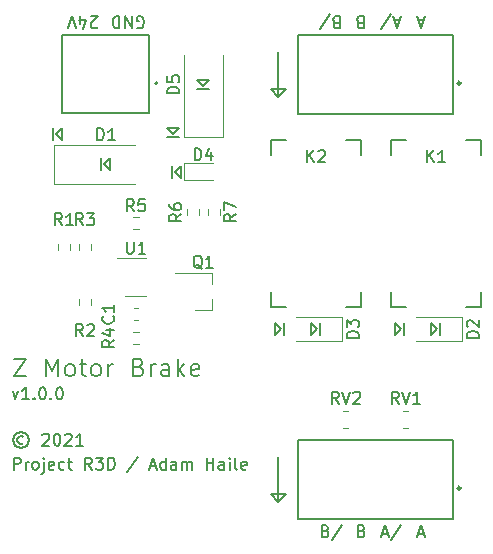
<source format=gbr>
%TF.GenerationSoftware,KiCad,Pcbnew,(5.1.10)-1*%
%TF.CreationDate,2021-09-10T16:42:04-04:00*%
%TF.ProjectId,Z_Brake,5a5f4272-616b-4652-9e6b-696361645f70,rev?*%
%TF.SameCoordinates,Original*%
%TF.FileFunction,Legend,Top*%
%TF.FilePolarity,Positive*%
%FSLAX46Y46*%
G04 Gerber Fmt 4.6, Leading zero omitted, Abs format (unit mm)*
G04 Created by KiCad (PCBNEW (5.1.10)-1) date 2021-09-10 16:42:04*
%MOMM*%
%LPD*%
G01*
G04 APERTURE LIST*
%ADD10C,0.150000*%
%ADD11C,0.200000*%
%ADD12C,0.250000*%
%ADD13C,0.120000*%
%ADD14C,0.127000*%
G04 APERTURE END LIST*
D10*
X80645000Y-119380000D02*
X80010000Y-118745000D01*
X80010000Y-118745000D02*
X81280000Y-118745000D01*
X80645000Y-115570000D02*
X80645000Y-119380000D01*
X81280000Y-118745000D02*
X80645000Y-119380000D01*
X81280000Y-84455000D02*
X80645000Y-85090000D01*
X80010000Y-84455000D02*
X81280000Y-84455000D01*
X80645000Y-85090000D02*
X80010000Y-84455000D01*
X80645000Y-81280000D02*
X80645000Y-85090000D01*
X58152357Y-110021714D02*
X58390452Y-110688380D01*
X58628547Y-110021714D01*
X59533309Y-110688380D02*
X58961880Y-110688380D01*
X59247595Y-110688380D02*
X59247595Y-109688380D01*
X59152357Y-109831238D01*
X59057119Y-109926476D01*
X58961880Y-109974095D01*
X59961880Y-110593142D02*
X60009500Y-110640761D01*
X59961880Y-110688380D01*
X59914261Y-110640761D01*
X59961880Y-110593142D01*
X59961880Y-110688380D01*
X60628547Y-109688380D02*
X60723785Y-109688380D01*
X60819023Y-109736000D01*
X60866642Y-109783619D01*
X60914261Y-109878857D01*
X60961880Y-110069333D01*
X60961880Y-110307428D01*
X60914261Y-110497904D01*
X60866642Y-110593142D01*
X60819023Y-110640761D01*
X60723785Y-110688380D01*
X60628547Y-110688380D01*
X60533309Y-110640761D01*
X60485690Y-110593142D01*
X60438071Y-110497904D01*
X60390452Y-110307428D01*
X60390452Y-110069333D01*
X60438071Y-109878857D01*
X60485690Y-109783619D01*
X60533309Y-109736000D01*
X60628547Y-109688380D01*
X61390452Y-110593142D02*
X61438071Y-110640761D01*
X61390452Y-110688380D01*
X61342833Y-110640761D01*
X61390452Y-110593142D01*
X61390452Y-110688380D01*
X62057119Y-109688380D02*
X62152357Y-109688380D01*
X62247595Y-109736000D01*
X62295214Y-109783619D01*
X62342833Y-109878857D01*
X62390452Y-110069333D01*
X62390452Y-110307428D01*
X62342833Y-110497904D01*
X62295214Y-110593142D01*
X62247595Y-110640761D01*
X62152357Y-110688380D01*
X62057119Y-110688380D01*
X61961880Y-110640761D01*
X61914261Y-110593142D01*
X61866642Y-110497904D01*
X61819023Y-110307428D01*
X61819023Y-110069333D01*
X61866642Y-109878857D01*
X61914261Y-109783619D01*
X61961880Y-109736000D01*
X62057119Y-109688380D01*
X59057119Y-113863476D02*
X58961880Y-113815857D01*
X58771404Y-113815857D01*
X58676166Y-113863476D01*
X58580928Y-113958714D01*
X58533309Y-114053952D01*
X58533309Y-114244428D01*
X58580928Y-114339666D01*
X58676166Y-114434904D01*
X58771404Y-114482523D01*
X58961880Y-114482523D01*
X59057119Y-114434904D01*
X58866642Y-113482523D02*
X58628547Y-113530142D01*
X58390452Y-113673000D01*
X58247595Y-113911095D01*
X58199976Y-114149190D01*
X58247595Y-114387285D01*
X58390452Y-114625380D01*
X58628547Y-114768238D01*
X58866642Y-114815857D01*
X59104738Y-114768238D01*
X59342833Y-114625380D01*
X59485690Y-114387285D01*
X59533309Y-114149190D01*
X59485690Y-113911095D01*
X59342833Y-113673000D01*
X59104738Y-113530142D01*
X58866642Y-113482523D01*
X60676166Y-113720619D02*
X60723785Y-113673000D01*
X60819023Y-113625380D01*
X61057119Y-113625380D01*
X61152357Y-113673000D01*
X61199976Y-113720619D01*
X61247595Y-113815857D01*
X61247595Y-113911095D01*
X61199976Y-114053952D01*
X60628547Y-114625380D01*
X61247595Y-114625380D01*
X61866642Y-113625380D02*
X61961880Y-113625380D01*
X62057119Y-113673000D01*
X62104738Y-113720619D01*
X62152357Y-113815857D01*
X62199976Y-114006333D01*
X62199976Y-114244428D01*
X62152357Y-114434904D01*
X62104738Y-114530142D01*
X62057119Y-114577761D01*
X61961880Y-114625380D01*
X61866642Y-114625380D01*
X61771404Y-114577761D01*
X61723785Y-114530142D01*
X61676166Y-114434904D01*
X61628547Y-114244428D01*
X61628547Y-114006333D01*
X61676166Y-113815857D01*
X61723785Y-113720619D01*
X61771404Y-113673000D01*
X61866642Y-113625380D01*
X62580928Y-113720619D02*
X62628547Y-113673000D01*
X62723785Y-113625380D01*
X62961880Y-113625380D01*
X63057119Y-113673000D01*
X63104738Y-113720619D01*
X63152357Y-113815857D01*
X63152357Y-113911095D01*
X63104738Y-114053952D01*
X62533309Y-114625380D01*
X63152357Y-114625380D01*
X64104738Y-114625380D02*
X63533309Y-114625380D01*
X63819023Y-114625380D02*
X63819023Y-113625380D01*
X63723785Y-113768238D01*
X63628547Y-113863476D01*
X63533309Y-113911095D01*
X58247595Y-116657380D02*
X58247595Y-115657380D01*
X58628547Y-115657380D01*
X58723785Y-115705000D01*
X58771404Y-115752619D01*
X58819023Y-115847857D01*
X58819023Y-115990714D01*
X58771404Y-116085952D01*
X58723785Y-116133571D01*
X58628547Y-116181190D01*
X58247595Y-116181190D01*
X59247595Y-116657380D02*
X59247595Y-115990714D01*
X59247595Y-116181190D02*
X59295214Y-116085952D01*
X59342833Y-116038333D01*
X59438071Y-115990714D01*
X59533309Y-115990714D01*
X60009500Y-116657380D02*
X59914261Y-116609761D01*
X59866642Y-116562142D01*
X59819023Y-116466904D01*
X59819023Y-116181190D01*
X59866642Y-116085952D01*
X59914261Y-116038333D01*
X60009500Y-115990714D01*
X60152357Y-115990714D01*
X60247595Y-116038333D01*
X60295214Y-116085952D01*
X60342833Y-116181190D01*
X60342833Y-116466904D01*
X60295214Y-116562142D01*
X60247595Y-116609761D01*
X60152357Y-116657380D01*
X60009500Y-116657380D01*
X60771404Y-115990714D02*
X60771404Y-116847857D01*
X60723785Y-116943095D01*
X60628547Y-116990714D01*
X60580928Y-116990714D01*
X60771404Y-115657380D02*
X60723785Y-115705000D01*
X60771404Y-115752619D01*
X60819023Y-115705000D01*
X60771404Y-115657380D01*
X60771404Y-115752619D01*
X61628547Y-116609761D02*
X61533309Y-116657380D01*
X61342833Y-116657380D01*
X61247595Y-116609761D01*
X61199976Y-116514523D01*
X61199976Y-116133571D01*
X61247595Y-116038333D01*
X61342833Y-115990714D01*
X61533309Y-115990714D01*
X61628547Y-116038333D01*
X61676166Y-116133571D01*
X61676166Y-116228809D01*
X61199976Y-116324047D01*
X62533309Y-116609761D02*
X62438071Y-116657380D01*
X62247595Y-116657380D01*
X62152357Y-116609761D01*
X62104738Y-116562142D01*
X62057119Y-116466904D01*
X62057119Y-116181190D01*
X62104738Y-116085952D01*
X62152357Y-116038333D01*
X62247595Y-115990714D01*
X62438071Y-115990714D01*
X62533309Y-116038333D01*
X62819023Y-115990714D02*
X63199976Y-115990714D01*
X62961880Y-115657380D02*
X62961880Y-116514523D01*
X63009500Y-116609761D01*
X63104738Y-116657380D01*
X63199976Y-116657380D01*
X64866642Y-116657380D02*
X64533309Y-116181190D01*
X64295214Y-116657380D02*
X64295214Y-115657380D01*
X64676166Y-115657380D01*
X64771404Y-115705000D01*
X64819023Y-115752619D01*
X64866642Y-115847857D01*
X64866642Y-115990714D01*
X64819023Y-116085952D01*
X64771404Y-116133571D01*
X64676166Y-116181190D01*
X64295214Y-116181190D01*
X65199976Y-115657380D02*
X65819023Y-115657380D01*
X65485690Y-116038333D01*
X65628547Y-116038333D01*
X65723785Y-116085952D01*
X65771404Y-116133571D01*
X65819023Y-116228809D01*
X65819023Y-116466904D01*
X65771404Y-116562142D01*
X65723785Y-116609761D01*
X65628547Y-116657380D01*
X65342833Y-116657380D01*
X65247595Y-116609761D01*
X65199976Y-116562142D01*
X66247595Y-116657380D02*
X66247595Y-115657380D01*
X66485690Y-115657380D01*
X66628547Y-115705000D01*
X66723785Y-115800238D01*
X66771404Y-115895476D01*
X66819023Y-116085952D01*
X66819023Y-116228809D01*
X66771404Y-116419285D01*
X66723785Y-116514523D01*
X66628547Y-116609761D01*
X66485690Y-116657380D01*
X66247595Y-116657380D01*
X68723785Y-115609761D02*
X67866642Y-116895476D01*
X69771404Y-116371666D02*
X70247595Y-116371666D01*
X69676166Y-116657380D02*
X70009500Y-115657380D01*
X70342833Y-116657380D01*
X71104738Y-116657380D02*
X71104738Y-115657380D01*
X71104738Y-116609761D02*
X71009500Y-116657380D01*
X70819023Y-116657380D01*
X70723785Y-116609761D01*
X70676166Y-116562142D01*
X70628547Y-116466904D01*
X70628547Y-116181190D01*
X70676166Y-116085952D01*
X70723785Y-116038333D01*
X70819023Y-115990714D01*
X71009500Y-115990714D01*
X71104738Y-116038333D01*
X72009500Y-116657380D02*
X72009500Y-116133571D01*
X71961880Y-116038333D01*
X71866642Y-115990714D01*
X71676166Y-115990714D01*
X71580928Y-116038333D01*
X72009500Y-116609761D02*
X71914261Y-116657380D01*
X71676166Y-116657380D01*
X71580928Y-116609761D01*
X71533309Y-116514523D01*
X71533309Y-116419285D01*
X71580928Y-116324047D01*
X71676166Y-116276428D01*
X71914261Y-116276428D01*
X72009500Y-116228809D01*
X72485690Y-116657380D02*
X72485690Y-115990714D01*
X72485690Y-116085952D02*
X72533309Y-116038333D01*
X72628547Y-115990714D01*
X72771404Y-115990714D01*
X72866642Y-116038333D01*
X72914261Y-116133571D01*
X72914261Y-116657380D01*
X72914261Y-116133571D02*
X72961880Y-116038333D01*
X73057119Y-115990714D01*
X73199976Y-115990714D01*
X73295214Y-116038333D01*
X73342833Y-116133571D01*
X73342833Y-116657380D01*
X74580928Y-116657380D02*
X74580928Y-115657380D01*
X74580928Y-116133571D02*
X75152357Y-116133571D01*
X75152357Y-116657380D02*
X75152357Y-115657380D01*
X76057119Y-116657380D02*
X76057119Y-116133571D01*
X76009500Y-116038333D01*
X75914261Y-115990714D01*
X75723785Y-115990714D01*
X75628547Y-116038333D01*
X76057119Y-116609761D02*
X75961880Y-116657380D01*
X75723785Y-116657380D01*
X75628547Y-116609761D01*
X75580928Y-116514523D01*
X75580928Y-116419285D01*
X75628547Y-116324047D01*
X75723785Y-116276428D01*
X75961880Y-116276428D01*
X76057119Y-116228809D01*
X76533309Y-116657380D02*
X76533309Y-115990714D01*
X76533309Y-115657380D02*
X76485690Y-115705000D01*
X76533309Y-115752619D01*
X76580928Y-115705000D01*
X76533309Y-115657380D01*
X76533309Y-115752619D01*
X77152357Y-116657380D02*
X77057119Y-116609761D01*
X77009500Y-116514523D01*
X77009500Y-115657380D01*
X77914261Y-116609761D02*
X77819023Y-116657380D01*
X77628547Y-116657380D01*
X77533309Y-116609761D01*
X77485690Y-116514523D01*
X77485690Y-116133571D01*
X77533309Y-116038333D01*
X77628547Y-115990714D01*
X77819023Y-115990714D01*
X77914261Y-116038333D01*
X77961880Y-116133571D01*
X77961880Y-116228809D01*
X77485690Y-116324047D01*
D11*
X58256285Y-107255571D02*
X59256285Y-107255571D01*
X58256285Y-108755571D01*
X59256285Y-108755571D01*
X60970571Y-108755571D02*
X60970571Y-107255571D01*
X61470571Y-108327000D01*
X61970571Y-107255571D01*
X61970571Y-108755571D01*
X62899142Y-108755571D02*
X62756285Y-108684142D01*
X62684857Y-108612714D01*
X62613428Y-108469857D01*
X62613428Y-108041285D01*
X62684857Y-107898428D01*
X62756285Y-107827000D01*
X62899142Y-107755571D01*
X63113428Y-107755571D01*
X63256285Y-107827000D01*
X63327714Y-107898428D01*
X63399142Y-108041285D01*
X63399142Y-108469857D01*
X63327714Y-108612714D01*
X63256285Y-108684142D01*
X63113428Y-108755571D01*
X62899142Y-108755571D01*
X63827714Y-107755571D02*
X64399142Y-107755571D01*
X64042000Y-107255571D02*
X64042000Y-108541285D01*
X64113428Y-108684142D01*
X64256285Y-108755571D01*
X64399142Y-108755571D01*
X65113428Y-108755571D02*
X64970571Y-108684142D01*
X64899142Y-108612714D01*
X64827714Y-108469857D01*
X64827714Y-108041285D01*
X64899142Y-107898428D01*
X64970571Y-107827000D01*
X65113428Y-107755571D01*
X65327714Y-107755571D01*
X65470571Y-107827000D01*
X65542000Y-107898428D01*
X65613428Y-108041285D01*
X65613428Y-108469857D01*
X65542000Y-108612714D01*
X65470571Y-108684142D01*
X65327714Y-108755571D01*
X65113428Y-108755571D01*
X66256285Y-108755571D02*
X66256285Y-107755571D01*
X66256285Y-108041285D02*
X66327714Y-107898428D01*
X66399142Y-107827000D01*
X66542000Y-107755571D01*
X66684857Y-107755571D01*
X68827714Y-107969857D02*
X69042000Y-108041285D01*
X69113428Y-108112714D01*
X69184857Y-108255571D01*
X69184857Y-108469857D01*
X69113428Y-108612714D01*
X69042000Y-108684142D01*
X68899142Y-108755571D01*
X68327714Y-108755571D01*
X68327714Y-107255571D01*
X68827714Y-107255571D01*
X68970571Y-107327000D01*
X69042000Y-107398428D01*
X69113428Y-107541285D01*
X69113428Y-107684142D01*
X69042000Y-107827000D01*
X68970571Y-107898428D01*
X68827714Y-107969857D01*
X68327714Y-107969857D01*
X69827714Y-108755571D02*
X69827714Y-107755571D01*
X69827714Y-108041285D02*
X69899142Y-107898428D01*
X69970571Y-107827000D01*
X70113428Y-107755571D01*
X70256285Y-107755571D01*
X71399142Y-108755571D02*
X71399142Y-107969857D01*
X71327714Y-107827000D01*
X71184857Y-107755571D01*
X70899142Y-107755571D01*
X70756285Y-107827000D01*
X71399142Y-108684142D02*
X71256285Y-108755571D01*
X70899142Y-108755571D01*
X70756285Y-108684142D01*
X70684857Y-108541285D01*
X70684857Y-108398428D01*
X70756285Y-108255571D01*
X70899142Y-108184142D01*
X71256285Y-108184142D01*
X71399142Y-108112714D01*
X72113428Y-108755571D02*
X72113428Y-107255571D01*
X72256285Y-108184142D02*
X72684857Y-108755571D01*
X72684857Y-107755571D02*
X72113428Y-108327000D01*
X73899142Y-108684142D02*
X73756285Y-108755571D01*
X73470571Y-108755571D01*
X73327714Y-108684142D01*
X73256285Y-108541285D01*
X73256285Y-107969857D01*
X73327714Y-107827000D01*
X73470571Y-107755571D01*
X73756285Y-107755571D01*
X73899142Y-107827000D01*
X73970571Y-107969857D01*
X73970571Y-108112714D01*
X73256285Y-108255571D01*
D10*
X84637619Y-121848571D02*
X84780476Y-121896190D01*
X84828095Y-121943809D01*
X84875714Y-122039047D01*
X84875714Y-122181904D01*
X84828095Y-122277142D01*
X84780476Y-122324761D01*
X84685238Y-122372380D01*
X84304285Y-122372380D01*
X84304285Y-121372380D01*
X84637619Y-121372380D01*
X84732857Y-121420000D01*
X84780476Y-121467619D01*
X84828095Y-121562857D01*
X84828095Y-121658095D01*
X84780476Y-121753333D01*
X84732857Y-121800952D01*
X84637619Y-121848571D01*
X84304285Y-121848571D01*
X86018571Y-121324761D02*
X85161428Y-122610476D01*
X87701428Y-121848571D02*
X87844285Y-121896190D01*
X87891904Y-121943809D01*
X87939523Y-122039047D01*
X87939523Y-122181904D01*
X87891904Y-122277142D01*
X87844285Y-122324761D01*
X87749047Y-122372380D01*
X87368095Y-122372380D01*
X87368095Y-121372380D01*
X87701428Y-121372380D01*
X87796666Y-121420000D01*
X87844285Y-121467619D01*
X87891904Y-121562857D01*
X87891904Y-121658095D01*
X87844285Y-121753333D01*
X87796666Y-121800952D01*
X87701428Y-121848571D01*
X87368095Y-121848571D01*
X92471904Y-122086666D02*
X92948095Y-122086666D01*
X92376666Y-122372380D02*
X92710000Y-121372380D01*
X93043333Y-122372380D01*
X89408095Y-122086666D02*
X89884285Y-122086666D01*
X89312857Y-122372380D02*
X89646190Y-121372380D01*
X89979523Y-122372380D01*
X91027142Y-121324761D02*
X90170000Y-122610476D01*
X85542380Y-78811428D02*
X85399523Y-78763809D01*
X85351904Y-78716190D01*
X85304285Y-78620952D01*
X85304285Y-78478095D01*
X85351904Y-78382857D01*
X85399523Y-78335238D01*
X85494761Y-78287619D01*
X85875714Y-78287619D01*
X85875714Y-79287619D01*
X85542380Y-79287619D01*
X85447142Y-79240000D01*
X85399523Y-79192380D01*
X85351904Y-79097142D01*
X85351904Y-79001904D01*
X85399523Y-78906666D01*
X85447142Y-78859047D01*
X85542380Y-78811428D01*
X85875714Y-78811428D01*
X84161428Y-79335238D02*
X85018571Y-78049523D01*
X87558571Y-78811428D02*
X87415714Y-78763809D01*
X87368095Y-78716190D01*
X87320476Y-78620952D01*
X87320476Y-78478095D01*
X87368095Y-78382857D01*
X87415714Y-78335238D01*
X87510952Y-78287619D01*
X87891904Y-78287619D01*
X87891904Y-79287619D01*
X87558571Y-79287619D01*
X87463333Y-79240000D01*
X87415714Y-79192380D01*
X87368095Y-79097142D01*
X87368095Y-79001904D01*
X87415714Y-78906666D01*
X87463333Y-78859047D01*
X87558571Y-78811428D01*
X87891904Y-78811428D01*
X90931904Y-78573333D02*
X90455714Y-78573333D01*
X91027142Y-78287619D02*
X90693809Y-79287619D01*
X90360476Y-78287619D01*
X89312857Y-79335238D02*
X90170000Y-78049523D01*
X92948095Y-78573333D02*
X92471904Y-78573333D01*
X93043333Y-78287619D02*
X92710000Y-79287619D01*
X92376666Y-78287619D01*
X68706904Y-79240000D02*
X68802142Y-79287619D01*
X68945000Y-79287619D01*
X69087857Y-79240000D01*
X69183095Y-79144761D01*
X69230714Y-79049523D01*
X69278333Y-78859047D01*
X69278333Y-78716190D01*
X69230714Y-78525714D01*
X69183095Y-78430476D01*
X69087857Y-78335238D01*
X68945000Y-78287619D01*
X68849761Y-78287619D01*
X68706904Y-78335238D01*
X68659285Y-78382857D01*
X68659285Y-78716190D01*
X68849761Y-78716190D01*
X68230714Y-78287619D02*
X68230714Y-79287619D01*
X67659285Y-78287619D01*
X67659285Y-79287619D01*
X67183095Y-78287619D02*
X67183095Y-79287619D01*
X66945000Y-79287619D01*
X66802142Y-79240000D01*
X66706904Y-79144761D01*
X66659285Y-79049523D01*
X66611666Y-78859047D01*
X66611666Y-78716190D01*
X66659285Y-78525714D01*
X66706904Y-78430476D01*
X66802142Y-78335238D01*
X66945000Y-78287619D01*
X67183095Y-78287619D01*
X65325476Y-79192380D02*
X65277857Y-79240000D01*
X65182619Y-79287619D01*
X64944523Y-79287619D01*
X64849285Y-79240000D01*
X64801666Y-79192380D01*
X64754047Y-79097142D01*
X64754047Y-79001904D01*
X64801666Y-78859047D01*
X65373095Y-78287619D01*
X64754047Y-78287619D01*
X63896904Y-78954285D02*
X63896904Y-78287619D01*
X64135000Y-79335238D02*
X64373095Y-78620952D01*
X63754047Y-78620952D01*
X63515952Y-79287619D02*
X63182619Y-78287619D01*
X62849285Y-79287619D01*
D11*
X66421000Y-91313000D02*
X65913000Y-90805000D01*
X66421000Y-90297000D02*
X66421000Y-91313000D01*
X65913000Y-90805000D02*
X66421000Y-90297000D01*
X65659000Y-90297000D02*
X65659000Y-91313000D01*
X74803000Y-84455000D02*
X73787000Y-84455000D01*
X73787000Y-83693000D02*
X74803000Y-83693000D01*
X74295000Y-84201000D02*
X73787000Y-83693000D01*
X74803000Y-83693000D02*
X74295000Y-84201000D01*
X83439000Y-104267000D02*
X83439000Y-105283000D01*
X83947000Y-104775000D02*
X83439000Y-104267000D01*
X83439000Y-105283000D02*
X83947000Y-104775000D01*
X84201000Y-104267000D02*
X84201000Y-105283000D01*
X94361000Y-104267000D02*
X94361000Y-105283000D01*
X93599000Y-104267000D02*
X93599000Y-105283000D01*
X94107000Y-104775000D02*
X93599000Y-104267000D01*
X93599000Y-105283000D02*
X94107000Y-104775000D01*
X81153000Y-104267000D02*
X81153000Y-105283000D01*
X80391000Y-105283000D02*
X80899000Y-104775000D01*
X80391000Y-104267000D02*
X80391000Y-105283000D01*
X80899000Y-104775000D02*
X80391000Y-104267000D01*
X90551000Y-105283000D02*
X91059000Y-104775000D01*
X90551000Y-104267000D02*
X90551000Y-105283000D01*
X91059000Y-104775000D02*
X90551000Y-104267000D01*
X91313000Y-104267000D02*
X91313000Y-105283000D01*
X71628000Y-91948000D02*
X71628000Y-90932000D01*
X71882000Y-91440000D02*
X72390000Y-91948000D01*
X72390000Y-90932000D02*
X71882000Y-91440000D01*
X72390000Y-91948000D02*
X72390000Y-90932000D01*
X62357000Y-88773000D02*
X61849000Y-88265000D01*
X62357000Y-87757000D02*
X62357000Y-88773000D01*
X61849000Y-88265000D02*
X62357000Y-87757000D01*
X72263000Y-88519000D02*
X71247000Y-88519000D01*
X71755000Y-88265000D02*
X71247000Y-87757000D01*
X72263000Y-87757000D02*
X71755000Y-88265000D01*
X71247000Y-87757000D02*
X72263000Y-87757000D01*
X61595000Y-87757000D02*
X61595000Y-88773000D01*
D12*
%TO.C,P3*%
X96075000Y-118225000D02*
G75*
G03*
X96075000Y-118225000I-125000J0D01*
G01*
D10*
X82350000Y-114110000D02*
X95450000Y-114110000D01*
X95450000Y-120840000D02*
X95450000Y-114110000D01*
X82350000Y-120840000D02*
X95450000Y-120840000D01*
X82350000Y-120840000D02*
X82350000Y-114110000D01*
D13*
%TO.C,RV1*%
X91667064Y-111660000D02*
X91212936Y-111660000D01*
X91667064Y-113130000D02*
X91212936Y-113130000D01*
%TO.C,RV2*%
X86587064Y-113130000D02*
X86132936Y-113130000D01*
X86587064Y-111660000D02*
X86132936Y-111660000D01*
%TO.C,C1*%
X68726267Y-104015000D02*
X68433733Y-104015000D01*
X68726267Y-102995000D02*
X68433733Y-102995000D01*
%TO.C,D1*%
X61640000Y-89155000D02*
X68540000Y-89155000D01*
X61640000Y-92455000D02*
X68540000Y-92455000D01*
X61640000Y-89155000D02*
X61640000Y-92455000D01*
%TO.C,D2*%
X96230000Y-105775000D02*
X92330000Y-105775000D01*
X96230000Y-103775000D02*
X92330000Y-103775000D01*
X96230000Y-105775000D02*
X96230000Y-103775000D01*
%TO.C,D3*%
X86070000Y-105775000D02*
X86070000Y-103775000D01*
X86070000Y-103775000D02*
X82170000Y-103775000D01*
X86070000Y-105775000D02*
X82170000Y-105775000D01*
%TO.C,D4*%
X75095000Y-90705000D02*
X72635000Y-90705000D01*
X72635000Y-90705000D02*
X72635000Y-92175000D01*
X72635000Y-92175000D02*
X75095000Y-92175000D01*
%TO.C,D5*%
X72645000Y-88474000D02*
X75945000Y-88474000D01*
X75945000Y-88474000D02*
X75945000Y-81574000D01*
X72645000Y-88474000D02*
X72645000Y-81574000D01*
D10*
%TO.C,K1*%
X90170000Y-88770000D02*
X91440000Y-88770000D01*
X90170000Y-90040000D02*
X90170000Y-88770000D01*
X97790000Y-88770000D02*
X97790000Y-90040000D01*
X96520000Y-88770000D02*
X97790000Y-88770000D01*
X97790000Y-102870000D02*
X96520000Y-102870000D01*
X97790000Y-101600000D02*
X97790000Y-102870000D01*
X90170000Y-102870000D02*
X90170000Y-101600000D01*
X91440000Y-102870000D02*
X90170000Y-102870000D01*
%TO.C,K2*%
X81280000Y-102870000D02*
X80010000Y-102870000D01*
X80010000Y-102870000D02*
X80010000Y-101600000D01*
X87630000Y-101600000D02*
X87630000Y-102870000D01*
X87630000Y-102870000D02*
X86360000Y-102870000D01*
X86360000Y-88770000D02*
X87630000Y-88770000D01*
X87630000Y-88770000D02*
X87630000Y-90040000D01*
X80010000Y-90040000D02*
X80010000Y-88770000D01*
X80010000Y-88770000D02*
X81280000Y-88770000D01*
%TO.C,P1*%
X82350000Y-86550000D02*
X82350000Y-79820000D01*
X82350000Y-86550000D02*
X95450000Y-86550000D01*
X95450000Y-86550000D02*
X95450000Y-79820000D01*
X82350000Y-79820000D02*
X95450000Y-79820000D01*
D12*
X96075000Y-83935000D02*
G75*
G03*
X96075000Y-83935000I-125000J0D01*
G01*
D14*
%TO.C,P2*%
X69725000Y-79885000D02*
X69725000Y-86485000D01*
X69725000Y-86485000D02*
X62355000Y-86485000D01*
X62355000Y-86485000D02*
X62355000Y-79885000D01*
X62355000Y-79885000D02*
X69725000Y-79885000D01*
D11*
X70420000Y-83945000D02*
G75*
G03*
X70420000Y-83945000I-100000J0D01*
G01*
D13*
%TO.C,Q1*%
X75055000Y-103180000D02*
X75055000Y-102250000D01*
X75055000Y-100020000D02*
X75055000Y-100950000D01*
X75055000Y-100020000D02*
X71895000Y-100020000D01*
X75055000Y-103180000D02*
X73595000Y-103180000D01*
%TO.C,R1*%
X63006500Y-97535276D02*
X63006500Y-98044724D01*
X61961500Y-97535276D02*
X61961500Y-98044724D01*
%TO.C,R2*%
X63739500Y-102743724D02*
X63739500Y-102234276D01*
X64784500Y-102743724D02*
X64784500Y-102234276D01*
%TO.C,R3*%
X63739500Y-97535276D02*
X63739500Y-98044724D01*
X64784500Y-97535276D02*
X64784500Y-98044724D01*
%TO.C,R4*%
X68834724Y-106059500D02*
X68325276Y-106059500D01*
X68834724Y-105014500D02*
X68325276Y-105014500D01*
%TO.C,R5*%
X68325276Y-96280500D02*
X68834724Y-96280500D01*
X68325276Y-95235500D02*
X68834724Y-95235500D01*
%TO.C,R6*%
X72883500Y-95123724D02*
X72883500Y-94614276D01*
X73928500Y-95123724D02*
X73928500Y-94614276D01*
%TO.C,R7*%
X74661500Y-94614276D02*
X74661500Y-95123724D01*
X75706500Y-94614276D02*
X75706500Y-95123724D01*
%TO.C,U1*%
X67680000Y-101940000D02*
X69480000Y-101940000D01*
X69480000Y-98720000D02*
X67030000Y-98720000D01*
%TO.C,RV1*%
D10*
X90844761Y-111069380D02*
X90511428Y-110593190D01*
X90273333Y-111069380D02*
X90273333Y-110069380D01*
X90654285Y-110069380D01*
X90749523Y-110117000D01*
X90797142Y-110164619D01*
X90844761Y-110259857D01*
X90844761Y-110402714D01*
X90797142Y-110497952D01*
X90749523Y-110545571D01*
X90654285Y-110593190D01*
X90273333Y-110593190D01*
X91130476Y-110069380D02*
X91463809Y-111069380D01*
X91797142Y-110069380D01*
X92654285Y-111069380D02*
X92082857Y-111069380D01*
X92368571Y-111069380D02*
X92368571Y-110069380D01*
X92273333Y-110212238D01*
X92178095Y-110307476D01*
X92082857Y-110355095D01*
%TO.C,RV2*%
X85764761Y-111069380D02*
X85431428Y-110593190D01*
X85193333Y-111069380D02*
X85193333Y-110069380D01*
X85574285Y-110069380D01*
X85669523Y-110117000D01*
X85717142Y-110164619D01*
X85764761Y-110259857D01*
X85764761Y-110402714D01*
X85717142Y-110497952D01*
X85669523Y-110545571D01*
X85574285Y-110593190D01*
X85193333Y-110593190D01*
X86050476Y-110069380D02*
X86383809Y-111069380D01*
X86717142Y-110069380D01*
X87002857Y-110164619D02*
X87050476Y-110117000D01*
X87145714Y-110069380D01*
X87383809Y-110069380D01*
X87479047Y-110117000D01*
X87526666Y-110164619D01*
X87574285Y-110259857D01*
X87574285Y-110355095D01*
X87526666Y-110497952D01*
X86955238Y-111069380D01*
X87574285Y-111069380D01*
%TO.C,C1*%
X66651142Y-103671666D02*
X66698761Y-103719285D01*
X66746380Y-103862142D01*
X66746380Y-103957380D01*
X66698761Y-104100238D01*
X66603523Y-104195476D01*
X66508285Y-104243095D01*
X66317809Y-104290714D01*
X66174952Y-104290714D01*
X65984476Y-104243095D01*
X65889238Y-104195476D01*
X65794000Y-104100238D01*
X65746380Y-103957380D01*
X65746380Y-103862142D01*
X65794000Y-103719285D01*
X65841619Y-103671666D01*
X66746380Y-102719285D02*
X66746380Y-103290714D01*
X66746380Y-103005000D02*
X65746380Y-103005000D01*
X65889238Y-103100238D01*
X65984476Y-103195476D01*
X66032095Y-103290714D01*
%TO.C,D1*%
X65301904Y-88757380D02*
X65301904Y-87757380D01*
X65540000Y-87757380D01*
X65682857Y-87805000D01*
X65778095Y-87900238D01*
X65825714Y-87995476D01*
X65873333Y-88185952D01*
X65873333Y-88328809D01*
X65825714Y-88519285D01*
X65778095Y-88614523D01*
X65682857Y-88709761D01*
X65540000Y-88757380D01*
X65301904Y-88757380D01*
X66825714Y-88757380D02*
X66254285Y-88757380D01*
X66540000Y-88757380D02*
X66540000Y-87757380D01*
X66444761Y-87900238D01*
X66349523Y-87995476D01*
X66254285Y-88043095D01*
%TO.C,D2*%
X97607380Y-105513095D02*
X96607380Y-105513095D01*
X96607380Y-105275000D01*
X96655000Y-105132142D01*
X96750238Y-105036904D01*
X96845476Y-104989285D01*
X97035952Y-104941666D01*
X97178809Y-104941666D01*
X97369285Y-104989285D01*
X97464523Y-105036904D01*
X97559761Y-105132142D01*
X97607380Y-105275000D01*
X97607380Y-105513095D01*
X96702619Y-104560714D02*
X96655000Y-104513095D01*
X96607380Y-104417857D01*
X96607380Y-104179761D01*
X96655000Y-104084523D01*
X96702619Y-104036904D01*
X96797857Y-103989285D01*
X96893095Y-103989285D01*
X97035952Y-104036904D01*
X97607380Y-104608333D01*
X97607380Y-103989285D01*
%TO.C,D3*%
X87447380Y-105513095D02*
X86447380Y-105513095D01*
X86447380Y-105275000D01*
X86495000Y-105132142D01*
X86590238Y-105036904D01*
X86685476Y-104989285D01*
X86875952Y-104941666D01*
X87018809Y-104941666D01*
X87209285Y-104989285D01*
X87304523Y-105036904D01*
X87399761Y-105132142D01*
X87447380Y-105275000D01*
X87447380Y-105513095D01*
X86447380Y-104608333D02*
X86447380Y-103989285D01*
X86828333Y-104322619D01*
X86828333Y-104179761D01*
X86875952Y-104084523D01*
X86923571Y-104036904D01*
X87018809Y-103989285D01*
X87256904Y-103989285D01*
X87352142Y-104036904D01*
X87399761Y-104084523D01*
X87447380Y-104179761D01*
X87447380Y-104465476D01*
X87399761Y-104560714D01*
X87352142Y-104608333D01*
%TO.C,D4*%
X73556904Y-90462380D02*
X73556904Y-89462380D01*
X73795000Y-89462380D01*
X73937857Y-89510000D01*
X74033095Y-89605238D01*
X74080714Y-89700476D01*
X74128333Y-89890952D01*
X74128333Y-90033809D01*
X74080714Y-90224285D01*
X74033095Y-90319523D01*
X73937857Y-90414761D01*
X73795000Y-90462380D01*
X73556904Y-90462380D01*
X74985476Y-89795714D02*
X74985476Y-90462380D01*
X74747380Y-89414761D02*
X74509285Y-90129047D01*
X75128333Y-90129047D01*
%TO.C,D5*%
X72247380Y-84812095D02*
X71247380Y-84812095D01*
X71247380Y-84574000D01*
X71295000Y-84431142D01*
X71390238Y-84335904D01*
X71485476Y-84288285D01*
X71675952Y-84240666D01*
X71818809Y-84240666D01*
X72009285Y-84288285D01*
X72104523Y-84335904D01*
X72199761Y-84431142D01*
X72247380Y-84574000D01*
X72247380Y-84812095D01*
X71247380Y-83335904D02*
X71247380Y-83812095D01*
X71723571Y-83859714D01*
X71675952Y-83812095D01*
X71628333Y-83716857D01*
X71628333Y-83478761D01*
X71675952Y-83383523D01*
X71723571Y-83335904D01*
X71818809Y-83288285D01*
X72056904Y-83288285D01*
X72152142Y-83335904D01*
X72199761Y-83383523D01*
X72247380Y-83478761D01*
X72247380Y-83716857D01*
X72199761Y-83812095D01*
X72152142Y-83859714D01*
%TO.C,K1*%
X93241904Y-90622380D02*
X93241904Y-89622380D01*
X93813333Y-90622380D02*
X93384761Y-90050952D01*
X93813333Y-89622380D02*
X93241904Y-90193809D01*
X94765714Y-90622380D02*
X94194285Y-90622380D01*
X94480000Y-90622380D02*
X94480000Y-89622380D01*
X94384761Y-89765238D01*
X94289523Y-89860476D01*
X94194285Y-89908095D01*
%TO.C,K2*%
X83081904Y-90622380D02*
X83081904Y-89622380D01*
X83653333Y-90622380D02*
X83224761Y-90050952D01*
X83653333Y-89622380D02*
X83081904Y-90193809D01*
X84034285Y-89717619D02*
X84081904Y-89670000D01*
X84177142Y-89622380D01*
X84415238Y-89622380D01*
X84510476Y-89670000D01*
X84558095Y-89717619D01*
X84605714Y-89812857D01*
X84605714Y-89908095D01*
X84558095Y-90050952D01*
X83986666Y-90622380D01*
X84605714Y-90622380D01*
%TO.C,Q1*%
X74199761Y-99647619D02*
X74104523Y-99600000D01*
X74009285Y-99504761D01*
X73866428Y-99361904D01*
X73771190Y-99314285D01*
X73675952Y-99314285D01*
X73723571Y-99552380D02*
X73628333Y-99504761D01*
X73533095Y-99409523D01*
X73485476Y-99219047D01*
X73485476Y-98885714D01*
X73533095Y-98695238D01*
X73628333Y-98600000D01*
X73723571Y-98552380D01*
X73914047Y-98552380D01*
X74009285Y-98600000D01*
X74104523Y-98695238D01*
X74152142Y-98885714D01*
X74152142Y-99219047D01*
X74104523Y-99409523D01*
X74009285Y-99504761D01*
X73914047Y-99552380D01*
X73723571Y-99552380D01*
X75104523Y-99552380D02*
X74533095Y-99552380D01*
X74818809Y-99552380D02*
X74818809Y-98552380D01*
X74723571Y-98695238D01*
X74628333Y-98790476D01*
X74533095Y-98838095D01*
%TO.C,R1*%
X62317333Y-95956380D02*
X61984000Y-95480190D01*
X61745904Y-95956380D02*
X61745904Y-94956380D01*
X62126857Y-94956380D01*
X62222095Y-95004000D01*
X62269714Y-95051619D01*
X62317333Y-95146857D01*
X62317333Y-95289714D01*
X62269714Y-95384952D01*
X62222095Y-95432571D01*
X62126857Y-95480190D01*
X61745904Y-95480190D01*
X63269714Y-95956380D02*
X62698285Y-95956380D01*
X62984000Y-95956380D02*
X62984000Y-94956380D01*
X62888761Y-95099238D01*
X62793523Y-95194476D01*
X62698285Y-95242095D01*
%TO.C,R2*%
X64095333Y-105354380D02*
X63762000Y-104878190D01*
X63523904Y-105354380D02*
X63523904Y-104354380D01*
X63904857Y-104354380D01*
X64000095Y-104402000D01*
X64047714Y-104449619D01*
X64095333Y-104544857D01*
X64095333Y-104687714D01*
X64047714Y-104782952D01*
X64000095Y-104830571D01*
X63904857Y-104878190D01*
X63523904Y-104878190D01*
X64476285Y-104449619D02*
X64523904Y-104402000D01*
X64619142Y-104354380D01*
X64857238Y-104354380D01*
X64952476Y-104402000D01*
X65000095Y-104449619D01*
X65047714Y-104544857D01*
X65047714Y-104640095D01*
X65000095Y-104782952D01*
X64428666Y-105354380D01*
X65047714Y-105354380D01*
%TO.C,R3*%
X64095333Y-95956380D02*
X63762000Y-95480190D01*
X63523904Y-95956380D02*
X63523904Y-94956380D01*
X63904857Y-94956380D01*
X64000095Y-95004000D01*
X64047714Y-95051619D01*
X64095333Y-95146857D01*
X64095333Y-95289714D01*
X64047714Y-95384952D01*
X64000095Y-95432571D01*
X63904857Y-95480190D01*
X63523904Y-95480190D01*
X64428666Y-94956380D02*
X65047714Y-94956380D01*
X64714380Y-95337333D01*
X64857238Y-95337333D01*
X64952476Y-95384952D01*
X65000095Y-95432571D01*
X65047714Y-95527809D01*
X65047714Y-95765904D01*
X65000095Y-95861142D01*
X64952476Y-95908761D01*
X64857238Y-95956380D01*
X64571523Y-95956380D01*
X64476285Y-95908761D01*
X64428666Y-95861142D01*
%TO.C,R4*%
X66746380Y-105703666D02*
X66270190Y-106037000D01*
X66746380Y-106275095D02*
X65746380Y-106275095D01*
X65746380Y-105894142D01*
X65794000Y-105798904D01*
X65841619Y-105751285D01*
X65936857Y-105703666D01*
X66079714Y-105703666D01*
X66174952Y-105751285D01*
X66222571Y-105798904D01*
X66270190Y-105894142D01*
X66270190Y-106275095D01*
X66079714Y-104846523D02*
X66746380Y-104846523D01*
X65698761Y-105084619D02*
X66413047Y-105322714D01*
X66413047Y-104703666D01*
%TO.C,R5*%
X68413333Y-94780380D02*
X68080000Y-94304190D01*
X67841904Y-94780380D02*
X67841904Y-93780380D01*
X68222857Y-93780380D01*
X68318095Y-93828000D01*
X68365714Y-93875619D01*
X68413333Y-93970857D01*
X68413333Y-94113714D01*
X68365714Y-94208952D01*
X68318095Y-94256571D01*
X68222857Y-94304190D01*
X67841904Y-94304190D01*
X69318095Y-93780380D02*
X68841904Y-93780380D01*
X68794285Y-94256571D01*
X68841904Y-94208952D01*
X68937142Y-94161333D01*
X69175238Y-94161333D01*
X69270476Y-94208952D01*
X69318095Y-94256571D01*
X69365714Y-94351809D01*
X69365714Y-94589904D01*
X69318095Y-94685142D01*
X69270476Y-94732761D01*
X69175238Y-94780380D01*
X68937142Y-94780380D01*
X68841904Y-94732761D01*
X68794285Y-94685142D01*
%TO.C,R6*%
X72428380Y-95035666D02*
X71952190Y-95369000D01*
X72428380Y-95607095D02*
X71428380Y-95607095D01*
X71428380Y-95226142D01*
X71476000Y-95130904D01*
X71523619Y-95083285D01*
X71618857Y-95035666D01*
X71761714Y-95035666D01*
X71856952Y-95083285D01*
X71904571Y-95130904D01*
X71952190Y-95226142D01*
X71952190Y-95607095D01*
X71428380Y-94178523D02*
X71428380Y-94369000D01*
X71476000Y-94464238D01*
X71523619Y-94511857D01*
X71666476Y-94607095D01*
X71856952Y-94654714D01*
X72237904Y-94654714D01*
X72333142Y-94607095D01*
X72380761Y-94559476D01*
X72428380Y-94464238D01*
X72428380Y-94273761D01*
X72380761Y-94178523D01*
X72333142Y-94130904D01*
X72237904Y-94083285D01*
X71999809Y-94083285D01*
X71904571Y-94130904D01*
X71856952Y-94178523D01*
X71809333Y-94273761D01*
X71809333Y-94464238D01*
X71856952Y-94559476D01*
X71904571Y-94607095D01*
X71999809Y-94654714D01*
%TO.C,R7*%
X77066380Y-95035666D02*
X76590190Y-95369000D01*
X77066380Y-95607095D02*
X76066380Y-95607095D01*
X76066380Y-95226142D01*
X76114000Y-95130904D01*
X76161619Y-95083285D01*
X76256857Y-95035666D01*
X76399714Y-95035666D01*
X76494952Y-95083285D01*
X76542571Y-95130904D01*
X76590190Y-95226142D01*
X76590190Y-95607095D01*
X76066380Y-94702333D02*
X76066380Y-94035666D01*
X77066380Y-94464238D01*
%TO.C,U1*%
X67818095Y-97369380D02*
X67818095Y-98178904D01*
X67865714Y-98274142D01*
X67913333Y-98321761D01*
X68008571Y-98369380D01*
X68199047Y-98369380D01*
X68294285Y-98321761D01*
X68341904Y-98274142D01*
X68389523Y-98178904D01*
X68389523Y-97369380D01*
X69389523Y-98369380D02*
X68818095Y-98369380D01*
X69103809Y-98369380D02*
X69103809Y-97369380D01*
X69008571Y-97512238D01*
X68913333Y-97607476D01*
X68818095Y-97655095D01*
%TD*%
M02*

</source>
